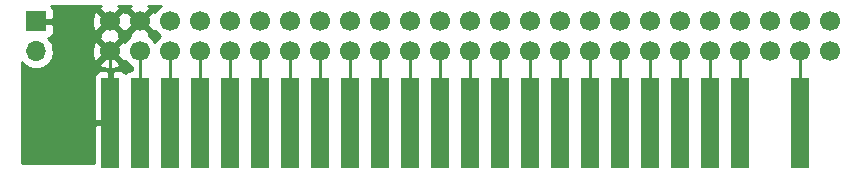
<source format=gbr>
G04 #@! TF.GenerationSoftware,KiCad,Pcbnew,(5.0.1-3-g963ef8bb5)*
G04 #@! TF.CreationDate,2020-10-13T22:01:46+01:00*
G04 #@! TF.ProjectId,ACE_Backplane_Adaptor,4143455F4261636B706C616E655F4164,rev?*
G04 #@! TF.SameCoordinates,Original*
G04 #@! TF.FileFunction,Copper,L2,Bot,Signal*
G04 #@! TF.FilePolarity,Positive*
%FSLAX46Y46*%
G04 Gerber Fmt 4.6, Leading zero omitted, Abs format (unit mm)*
G04 Created by KiCad (PCBNEW (5.0.1-3-g963ef8bb5)) date Tuesday, 13 October 2020 at 22:01:46*
%MOMM*%
%LPD*%
G01*
G04 APERTURE LIST*
G04 #@! TA.AperFunction,SMDPad,CuDef*
%ADD10R,1.524000X7.620000*%
G04 #@! TD*
G04 #@! TA.AperFunction,ComponentPad*
%ADD11R,1.700000X1.700000*%
G04 #@! TD*
G04 #@! TA.AperFunction,ComponentPad*
%ADD12O,1.700000X1.700000*%
G04 #@! TD*
G04 #@! TA.AperFunction,ComponentPad*
%ADD13C,1.700000*%
G04 #@! TD*
G04 #@! TA.AperFunction,Conductor*
%ADD14C,0.250000*%
G04 #@! TD*
G04 #@! TA.AperFunction,Conductor*
%ADD15C,0.254000*%
G04 #@! TD*
G04 APERTURE END LIST*
D10*
G04 #@! TO.P,Z1,B1*
G04 #@! TO.N,GND*
X118185001Y-95983001D03*
G04 #@! TO.P,Z1,B2*
G04 #@! TO.N,Net-(J1-PadB2)*
X120725001Y-95983001D03*
G04 #@! TO.P,Z1,B4*
G04 #@! TO.N,Net-(J1-PadB4)*
X125805001Y-95983001D03*
G04 #@! TO.P,Z1,B3*
G04 #@! TO.N,Net-(J1-PadB3)*
X123265001Y-95983001D03*
G04 #@! TO.P,Z1,B10*
G04 #@! TO.N,Net-(J1-PadB10)*
X141045001Y-95983001D03*
G04 #@! TO.P,Z1,B11*
G04 #@! TO.N,Net-(J1-PadB11)*
X143585001Y-95983001D03*
G04 #@! TO.P,Z1,B12*
G04 #@! TO.N,Net-(J1-PadB12)*
X146125001Y-95983001D03*
G04 #@! TO.P,Z1,B13*
G04 #@! TO.N,Net-(J1-PadB13)*
X148665001Y-95983001D03*
G04 #@! TO.P,Z1,B9*
G04 #@! TO.N,Net-(J1-PadB9)*
X138505001Y-95983001D03*
G04 #@! TO.P,Z1,B8*
G04 #@! TO.N,Net-(J1-PadB8)*
X135965001Y-95983001D03*
G04 #@! TO.P,Z1,B7*
G04 #@! TO.N,Net-(J1-PadB7)*
X133425001Y-95983001D03*
G04 #@! TO.P,Z1,B6*
G04 #@! TO.N,Net-(J1-PadB6)*
X130885001Y-95983001D03*
G04 #@! TO.P,Z1,B22*
G04 #@! TO.N,Net-(J1-PadB22)*
X171525001Y-95983001D03*
G04 #@! TO.P,Z1,B24*
G04 #@! TO.N,Net-(J1-PadB24)*
X176605001Y-95983001D03*
G04 #@! TO.P,Z1,B5*
G04 #@! TO.N,Net-(J1-PadB5)*
X128345001Y-95983001D03*
G04 #@! TO.P,Z1,B18*
G04 #@! TO.N,Net-(J1-PadB18)*
X161365001Y-95983001D03*
G04 #@! TO.P,Z1,B19*
G04 #@! TO.N,Net-(J1-PadB19)*
X163905001Y-95983001D03*
G04 #@! TO.P,Z1,B20*
G04 #@! TO.N,Net-(J1-PadB20)*
X166445001Y-95983001D03*
G04 #@! TO.P,Z1,B21*
G04 #@! TO.N,Net-(J1-PadB21)*
X168985001Y-95983001D03*
G04 #@! TO.P,Z1,B17*
G04 #@! TO.N,Net-(J1-PadB17)*
X158825001Y-95983001D03*
G04 #@! TO.P,Z1,B16*
G04 #@! TO.N,Net-(J1-PadB16)*
X156285001Y-95983001D03*
G04 #@! TO.P,Z1,B15*
G04 #@! TO.N,Net-(J1-PadB15)*
X153745001Y-95983001D03*
G04 #@! TO.P,Z1,B14*
G04 #@! TO.N,Net-(J1-PadB14)*
X151205001Y-95983001D03*
G04 #@! TD*
D11*
G04 #@! TO.P,J2,1*
G04 #@! TO.N,GND*
X111887000Y-87376000D03*
D12*
G04 #@! TO.P,J2,2*
G04 #@! TO.N,Net-(J1-PadB12)*
X111887000Y-89916000D03*
G04 #@! TD*
D13*
G04 #@! TO.P,J1,A14*
G04 #@! TO.N,Net-(J1-PadA14)*
X151130000Y-87376000D03*
G04 #@! TO.P,J1,A15*
G04 #@! TO.N,Net-(J1-PadA15)*
X153670000Y-87376000D03*
G04 #@! TO.P,J1,A16*
G04 #@! TO.N,Net-(J1-PadA16)*
X156210000Y-87376000D03*
G04 #@! TO.P,J1,A17*
G04 #@! TO.N,Net-(J1-PadA17)*
X158750000Y-87376000D03*
G04 #@! TO.P,J1,A18*
G04 #@! TO.N,Net-(J1-PadA18)*
X161290000Y-87376000D03*
G04 #@! TO.P,J1,A19*
G04 #@! TO.N,Net-(J1-PadA19)*
X163830000Y-87376000D03*
G04 #@! TO.P,J1,A20*
G04 #@! TO.N,Net-(J1-PadA20)*
X166370000Y-87376000D03*
G04 #@! TO.P,J1,A21*
G04 #@! TO.N,Net-(J1-PadA21)*
X168910000Y-87376000D03*
G04 #@! TO.P,J1,A22*
G04 #@! TO.N,Net-(J1-PadA22)*
X171450000Y-87376000D03*
G04 #@! TO.P,J1,*
G04 #@! TO.N,*
X173990000Y-87376000D03*
G04 #@! TO.P,J1,A24*
G04 #@! TO.N,Net-(J1-PadA24)*
X176530000Y-87376000D03*
G04 #@! TO.P,J1,A13*
G04 #@! TO.N,Net-(J1-PadA13)*
X148590000Y-87376000D03*
G04 #@! TO.P,J1,A12*
G04 #@! TO.N,Net-(J1-PadA12)*
X146050000Y-87376000D03*
G04 #@! TO.P,J1,A11*
G04 #@! TO.N,Net-(J1-PadA11)*
X143510000Y-87376000D03*
G04 #@! TO.P,J1,A10*
G04 #@! TO.N,Net-(J1-PadA10)*
X140970000Y-87376000D03*
G04 #@! TO.P,J1,A9*
G04 #@! TO.N,Net-(J1-PadA9)*
X138430000Y-87376000D03*
G04 #@! TO.P,J1,A8*
G04 #@! TO.N,Net-(J1-PadA8)*
X135890000Y-87376000D03*
G04 #@! TO.P,J1,A7*
G04 #@! TO.N,Net-(J1-PadA7)*
X133350000Y-87376000D03*
G04 #@! TO.P,J1,A6*
G04 #@! TO.N,Net-(J1-PadA6)*
X130810000Y-87376000D03*
G04 #@! TO.P,J1,A5*
G04 #@! TO.N,Net-(J1-PadA5)*
X128270000Y-87376000D03*
G04 #@! TO.P,J1,A4*
G04 #@! TO.N,Net-(J1-PadA4)*
X125730000Y-87376000D03*
G04 #@! TO.P,J1,A3*
G04 #@! TO.N,Net-(J1-PadA3)*
X123190000Y-87376000D03*
G04 #@! TO.P,J1,A2*
G04 #@! TO.N,GND*
X120650000Y-87376000D03*
G04 #@! TO.P,J1,A1*
X118110000Y-87376000D03*
G04 #@! TO.P,J1,B1*
X118110000Y-89916000D03*
G04 #@! TO.P,J1,B2*
G04 #@! TO.N,Net-(J1-PadB2)*
X120650000Y-89916000D03*
G04 #@! TO.P,J1,B3*
G04 #@! TO.N,Net-(J1-PadB3)*
X123190000Y-89916000D03*
G04 #@! TO.P,J1,B4*
G04 #@! TO.N,Net-(J1-PadB4)*
X125730000Y-89916000D03*
G04 #@! TO.P,J1,B5*
G04 #@! TO.N,Net-(J1-PadB5)*
X128270000Y-89916000D03*
G04 #@! TO.P,J1,B6*
G04 #@! TO.N,Net-(J1-PadB6)*
X130810000Y-89916000D03*
G04 #@! TO.P,J1,B7*
G04 #@! TO.N,Net-(J1-PadB7)*
X133350000Y-89916000D03*
G04 #@! TO.P,J1,B8*
G04 #@! TO.N,Net-(J1-PadB8)*
X135890000Y-89916000D03*
G04 #@! TO.P,J1,B9*
G04 #@! TO.N,Net-(J1-PadB9)*
X138430000Y-89916000D03*
G04 #@! TO.P,J1,B10*
G04 #@! TO.N,Net-(J1-PadB10)*
X140970000Y-89916000D03*
G04 #@! TO.P,J1,B11*
G04 #@! TO.N,Net-(J1-PadB11)*
X143510000Y-89916000D03*
G04 #@! TO.P,J1,B12*
G04 #@! TO.N,Net-(J1-PadB12)*
X146050000Y-89916000D03*
G04 #@! TO.P,J1,B13*
G04 #@! TO.N,Net-(J1-PadB13)*
X148590000Y-89916000D03*
G04 #@! TO.P,J1,B24*
G04 #@! TO.N,Net-(J1-PadB24)*
X176530000Y-89916000D03*
G04 #@! TO.P,J1,*
G04 #@! TO.N,*
X173990000Y-89916000D03*
G04 #@! TO.P,J1,B22*
G04 #@! TO.N,Net-(J1-PadB22)*
X171450000Y-89916000D03*
G04 #@! TO.P,J1,B21*
G04 #@! TO.N,Net-(J1-PadB21)*
X168910000Y-89916000D03*
G04 #@! TO.P,J1,B20*
G04 #@! TO.N,Net-(J1-PadB20)*
X166370000Y-89916000D03*
G04 #@! TO.P,J1,B19*
G04 #@! TO.N,Net-(J1-PadB19)*
X163830000Y-89916000D03*
G04 #@! TO.P,J1,B18*
G04 #@! TO.N,Net-(J1-PadB18)*
X161290000Y-89916000D03*
G04 #@! TO.P,J1,B17*
G04 #@! TO.N,Net-(J1-PadB17)*
X158750000Y-89916000D03*
G04 #@! TO.P,J1,B16*
G04 #@! TO.N,Net-(J1-PadB16)*
X156210000Y-89916000D03*
G04 #@! TO.P,J1,B15*
G04 #@! TO.N,Net-(J1-PadB15)*
X153670000Y-89916000D03*
G04 #@! TO.P,J1,B14*
G04 #@! TO.N,Net-(J1-PadB14)*
X151130000Y-89916000D03*
G04 #@! TO.P,J1,A25*
G04 #@! TO.N,N/C*
X179070000Y-87376000D03*
G04 #@! TO.P,J1,B25*
X179070000Y-89916000D03*
G04 #@! TD*
D14*
G04 #@! TO.N,GND*
X118185001Y-89991001D02*
X118110000Y-89916000D01*
X118185001Y-95983001D02*
X118185001Y-89991001D01*
G04 #@! TO.N,Net-(J1-PadB2)*
X120725001Y-89991001D02*
X120650000Y-89916000D01*
X120725001Y-95983001D02*
X120725001Y-89991001D01*
G04 #@! TO.N,Net-(J1-PadB3)*
X123265001Y-89991001D02*
X123190000Y-89916000D01*
X123265001Y-95983001D02*
X123265001Y-89991001D01*
G04 #@! TO.N,Net-(J1-PadB4)*
X125805001Y-89991001D02*
X125730000Y-89916000D01*
X125805001Y-95983001D02*
X125805001Y-89991001D01*
G04 #@! TO.N,Net-(J1-PadB5)*
X128345001Y-89991001D02*
X128270000Y-89916000D01*
X128345001Y-95983001D02*
X128345001Y-89991001D01*
G04 #@! TO.N,Net-(J1-PadB6)*
X130885001Y-89991001D02*
X130810000Y-89916000D01*
X130885001Y-95983001D02*
X130885001Y-89991001D01*
G04 #@! TO.N,Net-(J1-PadB7)*
X133425001Y-89991001D02*
X133350000Y-89916000D01*
X133425001Y-95983001D02*
X133425001Y-89991001D01*
G04 #@! TO.N,Net-(J1-PadB8)*
X135965001Y-89991001D02*
X135890000Y-89916000D01*
X135965001Y-95983001D02*
X135965001Y-89991001D01*
G04 #@! TO.N,Net-(J1-PadB9)*
X138505001Y-89991001D02*
X138430000Y-89916000D01*
X138505001Y-95983001D02*
X138505001Y-89991001D01*
G04 #@! TO.N,Net-(J1-PadB10)*
X141045001Y-89991001D02*
X140970000Y-89916000D01*
X141045001Y-95983001D02*
X141045001Y-89991001D01*
G04 #@! TO.N,Net-(J1-PadB11)*
X143585001Y-89991001D02*
X143510000Y-89916000D01*
X143585001Y-95983001D02*
X143585001Y-89991001D01*
G04 #@! TO.N,Net-(J1-PadB12)*
X146125001Y-89991001D02*
X146050000Y-89916000D01*
X146125001Y-95983001D02*
X146125001Y-89991001D01*
G04 #@! TO.N,Net-(J1-PadB13)*
X148665001Y-89991001D02*
X148590000Y-89916000D01*
X148665001Y-95983001D02*
X148665001Y-89991001D01*
G04 #@! TO.N,Net-(J1-PadB24)*
X176605001Y-89991001D02*
X176530000Y-89916000D01*
X176605001Y-95983001D02*
X176605001Y-89991001D01*
G04 #@! TO.N,Net-(J1-PadB22)*
X171525001Y-89991001D02*
X171450000Y-89916000D01*
X171525001Y-95983001D02*
X171525001Y-89991001D01*
G04 #@! TO.N,Net-(J1-PadB21)*
X168985001Y-89991001D02*
X168910000Y-89916000D01*
X168985001Y-95983001D02*
X168985001Y-89991001D01*
G04 #@! TO.N,Net-(J1-PadB20)*
X166445001Y-89991001D02*
X166370000Y-89916000D01*
X166445001Y-95983001D02*
X166445001Y-89991001D01*
G04 #@! TO.N,Net-(J1-PadB19)*
X163905001Y-89991001D02*
X163830000Y-89916000D01*
X163905001Y-95983001D02*
X163905001Y-89991001D01*
G04 #@! TO.N,Net-(J1-PadB18)*
X161365001Y-89991001D02*
X161290000Y-89916000D01*
X161365001Y-95983001D02*
X161365001Y-89991001D01*
G04 #@! TO.N,Net-(J1-PadB17)*
X158825001Y-89991001D02*
X158750000Y-89916000D01*
X158825001Y-95983001D02*
X158825001Y-89991001D01*
G04 #@! TO.N,Net-(J1-PadB16)*
X156285001Y-89991001D02*
X156210000Y-89916000D01*
X156285001Y-95983001D02*
X156285001Y-89991001D01*
G04 #@! TO.N,Net-(J1-PadB15)*
X153745001Y-89991001D02*
X153670000Y-89916000D01*
X153745001Y-95983001D02*
X153745001Y-89991001D01*
G04 #@! TO.N,Net-(J1-PadB14)*
X151205001Y-89991001D02*
X151130000Y-89916000D01*
X151205001Y-95983001D02*
X151205001Y-89991001D01*
G04 #@! TD*
D15*
G04 #@! TO.N,GND*
G36*
X117325920Y-86080741D02*
X117245647Y-86332042D01*
X118110000Y-87196395D01*
X118974353Y-86332042D01*
X118894080Y-86080741D01*
X118820363Y-86054000D01*
X119930478Y-86054000D01*
X119865920Y-86080741D01*
X119785647Y-86332042D01*
X120650000Y-87196395D01*
X121514353Y-86332042D01*
X121434080Y-86080741D01*
X121360363Y-86054000D01*
X122501099Y-86054000D01*
X122348815Y-86117078D01*
X121931078Y-86534815D01*
X121911845Y-86581247D01*
X121693958Y-86511647D01*
X120829605Y-87376000D01*
X121693958Y-88240353D01*
X121911845Y-88170753D01*
X121931078Y-88217185D01*
X122348815Y-88634922D01*
X122375560Y-88646000D01*
X122348815Y-88657078D01*
X121931078Y-89074815D01*
X121920000Y-89101560D01*
X121908922Y-89074815D01*
X121491185Y-88657078D01*
X121444753Y-88637845D01*
X121514353Y-88419958D01*
X120650000Y-87555605D01*
X119785647Y-88419958D01*
X119855247Y-88637845D01*
X119808815Y-88657078D01*
X119391078Y-89074815D01*
X119371845Y-89121247D01*
X119153958Y-89051647D01*
X118289605Y-89916000D01*
X119153958Y-90780353D01*
X119371845Y-90710753D01*
X119391078Y-90757185D01*
X119808815Y-91174922D01*
X119965002Y-91239617D01*
X119965002Y-91525561D01*
X119963001Y-91525561D01*
X119715236Y-91574844D01*
X119505192Y-91715192D01*
X119457938Y-91785912D01*
X119306699Y-91634674D01*
X119073310Y-91538001D01*
X118470751Y-91538001D01*
X118312001Y-91696751D01*
X118312001Y-95856001D01*
X118332001Y-95856001D01*
X118332001Y-96110001D01*
X118312001Y-96110001D01*
X118312001Y-96130001D01*
X118058001Y-96130001D01*
X118058001Y-96110001D01*
X116946751Y-96110001D01*
X116788001Y-96268751D01*
X116788001Y-99366000D01*
X110692000Y-99366000D01*
X110692000Y-92046691D01*
X116788001Y-92046691D01*
X116788001Y-95697251D01*
X116946751Y-95856001D01*
X118058001Y-95856001D01*
X118058001Y-91696751D01*
X117899251Y-91538001D01*
X117296692Y-91538001D01*
X117063303Y-91634674D01*
X116884674Y-91813302D01*
X116788001Y-92046691D01*
X110692000Y-92046691D01*
X110692000Y-90800485D01*
X110816375Y-90986625D01*
X111307582Y-91314839D01*
X111740744Y-91401000D01*
X112033256Y-91401000D01*
X112466418Y-91314839D01*
X112957625Y-90986625D01*
X112975443Y-90959958D01*
X117245647Y-90959958D01*
X117325920Y-91211259D01*
X117881279Y-91412718D01*
X118471458Y-91386315D01*
X118894080Y-91211259D01*
X118974353Y-90959958D01*
X118110000Y-90095605D01*
X117245647Y-90959958D01*
X112975443Y-90959958D01*
X113285839Y-90495418D01*
X113401092Y-89916000D01*
X113355597Y-89687279D01*
X116613282Y-89687279D01*
X116639685Y-90277458D01*
X116814741Y-90700080D01*
X117066042Y-90780353D01*
X117930395Y-89916000D01*
X117066042Y-89051647D01*
X116814741Y-89131920D01*
X116613282Y-89687279D01*
X113355597Y-89687279D01*
X113285839Y-89336582D01*
X112957625Y-88845375D01*
X112935967Y-88830904D01*
X113096698Y-88764327D01*
X113275327Y-88585699D01*
X113343979Y-88419958D01*
X117245647Y-88419958D01*
X117317852Y-88646000D01*
X117245647Y-88872042D01*
X118110000Y-89736395D01*
X118974353Y-88872042D01*
X118902148Y-88646000D01*
X118974353Y-88419958D01*
X118110000Y-87555605D01*
X117245647Y-88419958D01*
X113343979Y-88419958D01*
X113372000Y-88352310D01*
X113372000Y-87661750D01*
X113213250Y-87503000D01*
X112014000Y-87503000D01*
X112014000Y-87523000D01*
X111760000Y-87523000D01*
X111760000Y-87503000D01*
X111740000Y-87503000D01*
X111740000Y-87249000D01*
X111760000Y-87249000D01*
X111760000Y-87229000D01*
X112014000Y-87229000D01*
X112014000Y-87249000D01*
X113213250Y-87249000D01*
X113314971Y-87147279D01*
X116613282Y-87147279D01*
X116639685Y-87737458D01*
X116814741Y-88160080D01*
X117066042Y-88240353D01*
X117930395Y-87376000D01*
X118289605Y-87376000D01*
X119153958Y-88240353D01*
X119380000Y-88168148D01*
X119606042Y-88240353D01*
X120470395Y-87376000D01*
X119606042Y-86511647D01*
X119380000Y-86583852D01*
X119153958Y-86511647D01*
X118289605Y-87376000D01*
X117930395Y-87376000D01*
X117066042Y-86511647D01*
X116814741Y-86591920D01*
X116613282Y-87147279D01*
X113314971Y-87147279D01*
X113372000Y-87090250D01*
X113372000Y-86399690D01*
X113275327Y-86166301D01*
X113163025Y-86054000D01*
X117390478Y-86054000D01*
X117325920Y-86080741D01*
X117325920Y-86080741D01*
G37*
X117325920Y-86080741D02*
X117245647Y-86332042D01*
X118110000Y-87196395D01*
X118974353Y-86332042D01*
X118894080Y-86080741D01*
X118820363Y-86054000D01*
X119930478Y-86054000D01*
X119865920Y-86080741D01*
X119785647Y-86332042D01*
X120650000Y-87196395D01*
X121514353Y-86332042D01*
X121434080Y-86080741D01*
X121360363Y-86054000D01*
X122501099Y-86054000D01*
X122348815Y-86117078D01*
X121931078Y-86534815D01*
X121911845Y-86581247D01*
X121693958Y-86511647D01*
X120829605Y-87376000D01*
X121693958Y-88240353D01*
X121911845Y-88170753D01*
X121931078Y-88217185D01*
X122348815Y-88634922D01*
X122375560Y-88646000D01*
X122348815Y-88657078D01*
X121931078Y-89074815D01*
X121920000Y-89101560D01*
X121908922Y-89074815D01*
X121491185Y-88657078D01*
X121444753Y-88637845D01*
X121514353Y-88419958D01*
X120650000Y-87555605D01*
X119785647Y-88419958D01*
X119855247Y-88637845D01*
X119808815Y-88657078D01*
X119391078Y-89074815D01*
X119371845Y-89121247D01*
X119153958Y-89051647D01*
X118289605Y-89916000D01*
X119153958Y-90780353D01*
X119371845Y-90710753D01*
X119391078Y-90757185D01*
X119808815Y-91174922D01*
X119965002Y-91239617D01*
X119965002Y-91525561D01*
X119963001Y-91525561D01*
X119715236Y-91574844D01*
X119505192Y-91715192D01*
X119457938Y-91785912D01*
X119306699Y-91634674D01*
X119073310Y-91538001D01*
X118470751Y-91538001D01*
X118312001Y-91696751D01*
X118312001Y-95856001D01*
X118332001Y-95856001D01*
X118332001Y-96110001D01*
X118312001Y-96110001D01*
X118312001Y-96130001D01*
X118058001Y-96130001D01*
X118058001Y-96110001D01*
X116946751Y-96110001D01*
X116788001Y-96268751D01*
X116788001Y-99366000D01*
X110692000Y-99366000D01*
X110692000Y-92046691D01*
X116788001Y-92046691D01*
X116788001Y-95697251D01*
X116946751Y-95856001D01*
X118058001Y-95856001D01*
X118058001Y-91696751D01*
X117899251Y-91538001D01*
X117296692Y-91538001D01*
X117063303Y-91634674D01*
X116884674Y-91813302D01*
X116788001Y-92046691D01*
X110692000Y-92046691D01*
X110692000Y-90800485D01*
X110816375Y-90986625D01*
X111307582Y-91314839D01*
X111740744Y-91401000D01*
X112033256Y-91401000D01*
X112466418Y-91314839D01*
X112957625Y-90986625D01*
X112975443Y-90959958D01*
X117245647Y-90959958D01*
X117325920Y-91211259D01*
X117881279Y-91412718D01*
X118471458Y-91386315D01*
X118894080Y-91211259D01*
X118974353Y-90959958D01*
X118110000Y-90095605D01*
X117245647Y-90959958D01*
X112975443Y-90959958D01*
X113285839Y-90495418D01*
X113401092Y-89916000D01*
X113355597Y-89687279D01*
X116613282Y-89687279D01*
X116639685Y-90277458D01*
X116814741Y-90700080D01*
X117066042Y-90780353D01*
X117930395Y-89916000D01*
X117066042Y-89051647D01*
X116814741Y-89131920D01*
X116613282Y-89687279D01*
X113355597Y-89687279D01*
X113285839Y-89336582D01*
X112957625Y-88845375D01*
X112935967Y-88830904D01*
X113096698Y-88764327D01*
X113275327Y-88585699D01*
X113343979Y-88419958D01*
X117245647Y-88419958D01*
X117317852Y-88646000D01*
X117245647Y-88872042D01*
X118110000Y-89736395D01*
X118974353Y-88872042D01*
X118902148Y-88646000D01*
X118974353Y-88419958D01*
X118110000Y-87555605D01*
X117245647Y-88419958D01*
X113343979Y-88419958D01*
X113372000Y-88352310D01*
X113372000Y-87661750D01*
X113213250Y-87503000D01*
X112014000Y-87503000D01*
X112014000Y-87523000D01*
X111760000Y-87523000D01*
X111760000Y-87503000D01*
X111740000Y-87503000D01*
X111740000Y-87249000D01*
X111760000Y-87249000D01*
X111760000Y-87229000D01*
X112014000Y-87229000D01*
X112014000Y-87249000D01*
X113213250Y-87249000D01*
X113314971Y-87147279D01*
X116613282Y-87147279D01*
X116639685Y-87737458D01*
X116814741Y-88160080D01*
X117066042Y-88240353D01*
X117930395Y-87376000D01*
X118289605Y-87376000D01*
X119153958Y-88240353D01*
X119380000Y-88168148D01*
X119606042Y-88240353D01*
X120470395Y-87376000D01*
X119606042Y-86511647D01*
X119380000Y-86583852D01*
X119153958Y-86511647D01*
X118289605Y-87376000D01*
X117930395Y-87376000D01*
X117066042Y-86511647D01*
X116814741Y-86591920D01*
X116613282Y-87147279D01*
X113314971Y-87147279D01*
X113372000Y-87090250D01*
X113372000Y-86399690D01*
X113275327Y-86166301D01*
X113163025Y-86054000D01*
X117390478Y-86054000D01*
X117325920Y-86080741D01*
G04 #@! TD*
M02*

</source>
